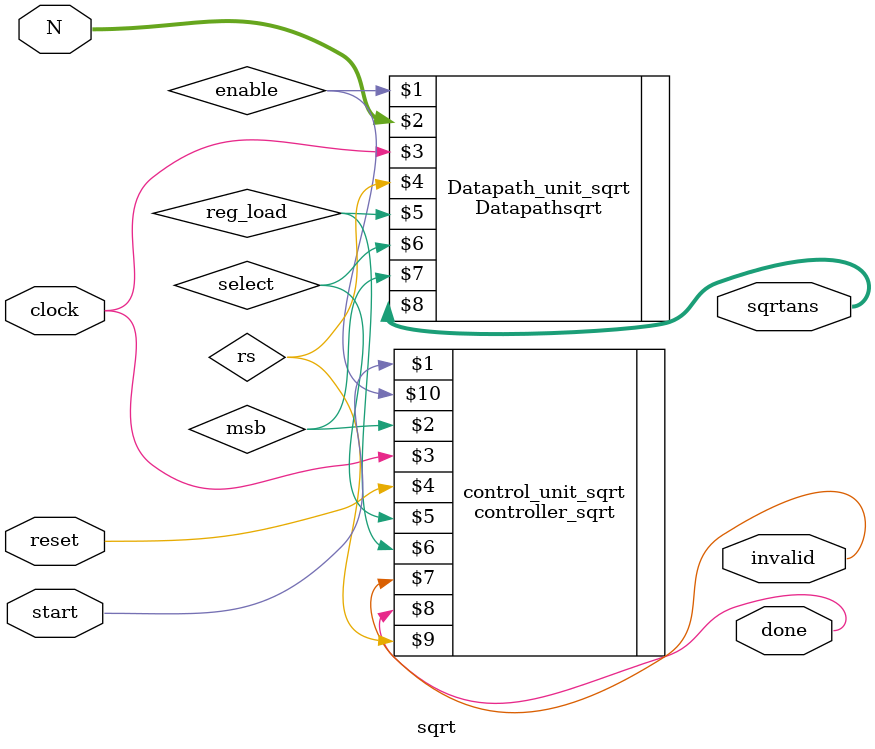
<source format=sv>
    `timescale 1ns/1ns

    module sqrt (
        input clock,input reset,input signed [15:0] N,input start,
        output logic done,output invalid,output [7:0]sqrtans
    );
        wire select;
        wire msb;
        wire rs;
        wire enable;
        wire reg_load;

        controller_sqrt control_unit_sqrt(start,msb,clock,reset,select,reg_load,invalid,done,rs,enable);
        Datapathsqrt Datapath_unit_sqrt(enable,N,clock,rs,reg_load,select,msb,sqrtans);
        
    endmodule
</source>
